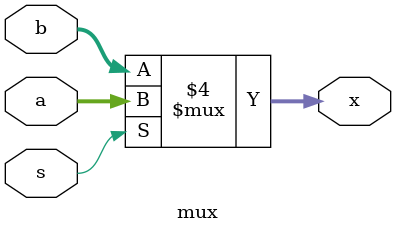
<source format=v>
`timescale 1ns / 1ps


module mux(a, b, s, x);
    input[7:0] a, b;
    input s;
    output reg[7:0] x;
    
    always @(a or b or s) begin
        if(s == 1'b1)
            x <= a;
        else
            x <= b;
    end
endmodule

</source>
